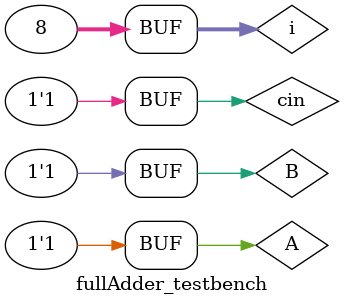
<source format=sv>

	
	// "wire" is a net data object (variable is also a data object)
	// wire can have multiple drivers and associated resolution function (legacy Verilog)
	/*
	// Port declaration
	<port direction> <net type or variable type> <data type> <port name>

	// Internal signal declaration
	<net type or variable type> <data type> <signal name>
	
	If port direction is omitted, it defaults to inout port.
	If net/variable type is omitted for an input port, it defaults to net type: wire
	If net/variable type is omitted for an output port, it depends on the data type.
	If data type is omitted as well, it defaults to net type: wire
	If data type is declared explicitly, it defaults to variable type
	If data type is omitted for any signal or port, it defaults to logic type. (Universal data type!)
	If net/variable type is omitted for an internal signal and is not used in port connections/port mapping, it defaults to variable type.
	*/

module fullAdder (A, B, cin, sum, cout);
	input logic A, B, cin; 
	output logic sum, cout;
	
	assign sum = A ^ B ^ cin;
	assign cout = A&B | cin & (A^B);

endmodule

module fullAdder_testbench();
	logic A, B, cin, sum, cout;
	
	fullAdder dut (A, B, cin, sum, cout);
	
	/*initial begin
	// this could be looped
		A = 0;	B = 0;	cin = 0; #10;
								cin = 1; #10;
					B = 1;	cin = 0; #10;
								cin = 1; #10;
		A = 1;	B = 0;	cin = 0; #10;
								cin = 1; #10;
					B = 1;	cin = 0; #10;
								cin = 1; #10;
	$stop
	end // initial*/
	
	integer i;
	
	initial begin
		for (i = 0; i < 2**3; i++) begin
			{A, B, cin} = i; #10;
		end
	end // initial
	
endmodule

// what is initial begin --> executes once. vs always will always execute
// what is #10 -> delay operation to wait 10 cycles

</source>
